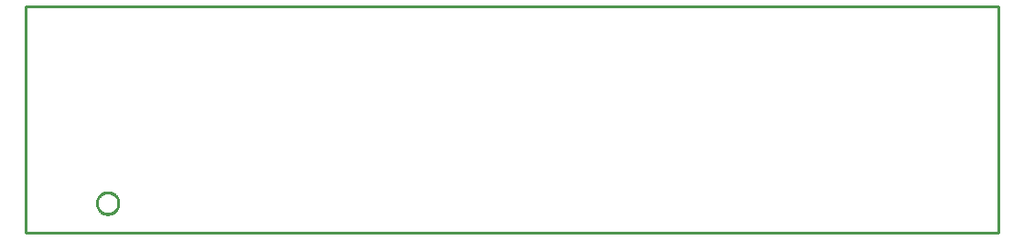
<source format=gbr>
G04 EAGLE Gerber RS-274X export*
G75*
%MOMM*%
%FSLAX34Y34*%
%LPD*%
%IN*%
%IPPOS*%
%AMOC8*
5,1,8,0,0,1.08239X$1,22.5*%
G01*
%ADD10C,0.254000*%


D10*
X0Y10000D02*
X900000Y10000D01*
X900000Y220000D01*
X0Y220000D01*
X0Y10000D01*
X76227Y47540D02*
X77097Y47464D01*
X77956Y47312D01*
X78800Y47086D01*
X79620Y46788D01*
X80412Y46419D01*
X81168Y45982D01*
X81883Y45481D01*
X82552Y44920D01*
X83170Y44302D01*
X83731Y43633D01*
X84232Y42918D01*
X84669Y42162D01*
X85038Y41370D01*
X85336Y40550D01*
X85562Y39706D01*
X85714Y38847D01*
X85790Y37977D01*
X85790Y37103D01*
X85714Y36234D01*
X85562Y35374D01*
X85336Y34530D01*
X85038Y33710D01*
X84669Y32918D01*
X84232Y32162D01*
X83731Y31447D01*
X83170Y30778D01*
X82552Y30160D01*
X81883Y29599D01*
X81168Y29098D01*
X80412Y28661D01*
X79620Y28292D01*
X78800Y27994D01*
X77956Y27768D01*
X77097Y27616D01*
X76227Y27540D01*
X75353Y27540D01*
X74484Y27616D01*
X73624Y27768D01*
X72780Y27994D01*
X71960Y28292D01*
X71168Y28661D01*
X70412Y29098D01*
X69697Y29599D01*
X69028Y30160D01*
X68410Y30778D01*
X67849Y31447D01*
X67348Y32162D01*
X66911Y32918D01*
X66542Y33710D01*
X66244Y34530D01*
X66018Y35374D01*
X65866Y36234D01*
X65790Y37103D01*
X65790Y37977D01*
X65866Y38847D01*
X66018Y39706D01*
X66244Y40550D01*
X66542Y41370D01*
X66911Y42162D01*
X67348Y42918D01*
X67849Y43633D01*
X68410Y44302D01*
X69028Y44920D01*
X69697Y45481D01*
X70412Y45982D01*
X71168Y46419D01*
X71960Y46788D01*
X72780Y47086D01*
X73624Y47312D01*
X74484Y47464D01*
X75353Y47540D01*
X76227Y47540D01*
M02*

</source>
